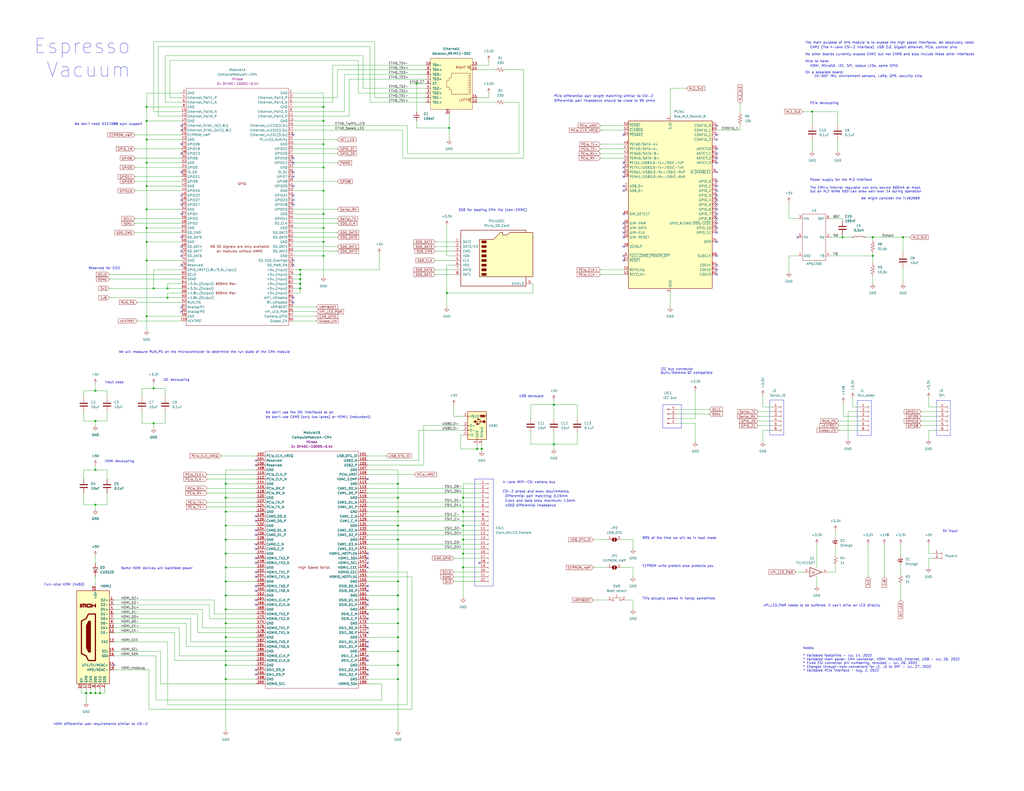
<source format=kicad_sch>
(kicad_sch (version 20230121) (generator eeschema)
  (paper "C")
  (title_block (title "Espresso Vacuum") (date "July 1, 2022") (rev "1") (company "Consilience Analytics"))
  (junction (at 123.19 264.16))
  (junction (at 252.73 287.02))
  (junction (at 260.35 245.11))
  (junction (at 217.17 325.12))
  (junction (at 123.19 363.22))
  (junction (at 80.01 58.42))
  (junction (at 163.83 152.4))
  (junction (at 217.17 264.16))
  (junction (at 302.26 242.57))
  (junction (at 123.19 332.74))
  (junction (at 163.83 147.32))
  (junction (at 83.82 231.14))
  (junction (at 83.82 157.48))
  (junction (at 80.01 76.2))
  (junction (at 217.17 370.84))
  (junction (at 123.19 370.84))
  (junction (at 252.73 271.78))
  (junction (at 176.53 58.42))
  (junction (at 52.07 275.59))
  (junction (at 80.01 66.04))
  (junction (at 459.74 129.54))
  (junction (at 302.26 220.98))
  (junction (at 163.83 154.94))
  (junction (at 176.53 116.84))
  (junction (at 217.17 287.02))
  (junction (at 476.25 139.7))
  (junction (at 217.17 332.74))
  (junction (at 123.19 287.02))
  (junction (at 80.01 88.9))
  (junction (at 252.73 309.88))
  (junction (at 123.19 294.64))
  (junction (at 217.17 317.5))
  (junction (at 49.53 378.46))
  (junction (at 123.19 317.5))
  (junction (at 243.84 160.02))
  (junction (at 123.19 347.98))
  (junction (at 163.83 149.86))
  (junction (at 176.53 91.44))
  (junction (at 52.07 256.54))
  (junction (at 176.53 132.08))
  (junction (at 80.01 101.6))
  (junction (at 252.73 279.4))
  (junction (at 52.07 213.36))
  (junction (at 176.53 124.46))
  (junction (at 492.76 129.54))
  (junction (at 217.17 279.4))
  (junction (at 91.44 157.48))
  (junction (at 217.17 294.64))
  (junction (at 52.07 378.46))
  (junction (at 217.17 340.36))
  (junction (at 217.17 355.6))
  (junction (at 123.19 340.36))
  (junction (at 83.82 212.09))
  (junction (at 176.53 104.14))
  (junction (at 52.07 229.87))
  (junction (at 80.01 132.08))
  (junction (at 123.19 355.6))
  (junction (at 262.89 245.11))
  (junction (at 80.01 124.46))
  (junction (at 123.19 325.12))
  (junction (at 123.19 309.88))
  (junction (at 54.61 378.46))
  (junction (at 476.25 129.54))
  (junction (at 245.11 69.85))
  (junction (at 217.17 363.22))
  (junction (at 80.01 114.3))
  (junction (at 176.53 66.04))
  (junction (at 123.19 271.78))
  (junction (at 46.99 378.46))
  (junction (at 176.53 139.7))
  (junction (at 123.19 279.4))
  (junction (at 217.17 347.98))
  (junction (at 91.44 162.56))
  (junction (at 217.17 271.78))
  (junction (at 443.23 60.96))
  (junction (at 227.33 45.72))
  (junction (at 80.01 142.24))
  (junction (at 252.73 294.64))
  (junction (at 252.73 302.26))
  (junction (at 163.83 157.48))
  (junction (at 176.53 78.74))
  (junction (at 123.19 302.26))
  (junction (at 80.01 172.72))
  (no_connect (at 99.06 109.22))
  (no_connect (at 200.66 261.62))
  (no_connect (at 99.06 111.76))
  (no_connect (at 99.06 78.74))
  (no_connect (at 99.06 68.58))
  (no_connect (at 99.06 71.12))
  (no_connect (at 160.02 88.9))
  (no_connect (at 391.16 99.06))
  (no_connect (at 391.16 101.6))
  (no_connect (at 391.16 93.98))
  (no_connect (at 391.16 81.28))
  (no_connect (at 391.16 83.82))
  (no_connect (at 391.16 86.36))
  (no_connect (at 391.16 88.9))
  (no_connect (at 391.16 104.14))
  (no_connect (at 340.36 139.7))
  (no_connect (at 340.36 134.62))
  (no_connect (at 391.16 106.68))
  (no_connect (at 391.16 109.22))
  (no_connect (at 391.16 111.76))
  (no_connect (at 391.16 114.3))
  (no_connect (at 391.16 127))
  (no_connect (at 391.16 139.7))
  (no_connect (at 391.16 116.84))
  (no_connect (at 391.16 119.38))
  (no_connect (at 391.16 121.92))
  (no_connect (at 391.16 124.46))
  (no_connect (at 160.02 96.52))
  (no_connect (at 160.02 86.36))
  (no_connect (at 340.36 142.24))
  (no_connect (at 160.02 73.66))
  (no_connect (at 99.06 83.82))
  (no_connect (at 160.02 165.1))
  (no_connect (at 139.7 365.76))
  (no_connect (at 139.7 368.3))
  (no_connect (at 200.66 309.88))
  (no_connect (at 200.66 307.34))
  (no_connect (at 200.66 304.8))
  (no_connect (at 200.66 302.26))
  (no_connect (at 99.06 144.78))
  (no_connect (at 261.62 307.34))
  (no_connect (at 160.02 109.22))
  (no_connect (at 99.06 116.84))
  (no_connect (at 391.16 76.2))
  (no_connect (at 391.16 68.58))
  (no_connect (at 391.16 73.66))
  (no_connect (at 62.23 363.22))
  (no_connect (at 160.02 162.56))
  (no_connect (at 160.02 106.68))
  (no_connect (at 340.36 88.9))
  (no_connect (at 340.36 91.44))
  (no_connect (at 340.36 93.98))
  (no_connect (at 340.36 96.52))
  (no_connect (at 340.36 101.6))
  (no_connect (at 340.36 104.14))
  (no_connect (at 160.02 142.24))
  (no_connect (at 99.06 106.68))
  (no_connect (at 160.02 144.78))
  (no_connect (at 160.02 101.6))
  (no_connect (at 139.7 297.18))
  (no_connect (at 139.7 299.72))
  (no_connect (at 139.7 289.56))
  (no_connect (at 139.7 292.1))
  (no_connect (at 139.7 281.94))
  (no_connect (at 139.7 284.48))
  (no_connect (at 139.7 251.46))
  (no_connect (at 139.7 254))
  (no_connect (at 99.06 167.64))
  (no_connect (at 99.06 170.18))
  (no_connect (at 435.356 129.54))
  (no_connect (at 99.06 93.98))
  (no_connect (at 160.02 93.98))
  (no_connect (at 391.16 144.78))
  (no_connect (at 391.16 147.32))
  (no_connect (at 391.16 149.86))
  (no_connect (at 160.02 111.76))
  (no_connect (at 340.36 116.84))
  (no_connect (at 391.16 132.08))
  (no_connect (at 99.06 134.62))
  (no_connect (at 99.06 137.16))
  (no_connect (at 99.06 139.7))
  (no_connect (at 99.06 129.54))
  (no_connect (at 200.66 320.04))
  (no_connect (at 200.66 322.58))
  (no_connect (at 200.66 327.66))
  (no_connect (at 200.66 345.44))
  (no_connect (at 200.66 368.3))
  (no_connect (at 200.66 365.76))
  (no_connect (at 200.66 360.68))
  (no_connect (at 200.66 358.14))
  (no_connect (at 200.66 353.06))
  (no_connect (at 200.66 350.52))
  (no_connect (at 200.66 330.2))
  (no_connect (at 200.66 335.28))
  (no_connect (at 200.66 337.82))
  (no_connect (at 200.66 342.9))
  (no_connect (at 139.7 304.8))
  (no_connect (at 139.7 322.58))
  (no_connect (at 139.7 320.04))
  (no_connect (at 139.7 307.34))
  (no_connect (at 139.7 312.42))
  (no_connect (at 139.7 314.96))
  (no_connect (at 139.7 327.66))
  (no_connect (at 139.7 330.2))
  (no_connect (at 340.36 73.66))
  (no_connect (at 340.36 121.92))
  (no_connect (at 340.36 124.46))
  (no_connect (at 340.36 127))
  (no_connect (at 340.36 129.54))
  (wire (pts (xy 85.09 382.27) (xy 85.09 358.14)))
  (wire (pts (xy 251.46 237.49) (xy 251.46 245.11)))
  (wire (pts (xy 200.66 271.78) (xy 217.17 271.78)))
  (wire (pts (xy 92.71 33.02) (xy 195.58 33.02)))
  (wire (pts (xy 83.82 231.14) (xy 90.17 231.14)))
  (wire (pts (xy 139.7 342.9) (xy 110.49 342.9)))
  (wire (pts (xy 160.02 134.62) (xy 184.15 134.62)))
  (wire (pts (xy 289.56 236.22) (xy 289.56 242.57)))
  (wire (pts (xy 107.95 345.44) (xy 107.95 335.28)))
  (wire (pts (xy 266.7 33.02) (xy 266.7 35.56)))
  (wire (pts (xy 339.09 309.88) (xy 345.44 309.88)))
  (wire (pts (xy 58.42 229.87) (xy 58.42 224.79)))
  (wire (pts (xy 44.45 375.92) (xy 44.45 378.46)))
  (wire (pts (xy 200.66 256.54) (xy 217.17 256.54)))
  (wire (pts (xy 217.17 279.4) (xy 217.17 287.02)))
  (wire (pts (xy 113.03 276.86) (xy 139.7 276.86)))
  (wire (pts (xy 200.66 251.46) (xy 228.6 251.46)))
  (wire (pts (xy 200.66 259.08) (xy 226.06 259.08)))
  (wire (pts (xy 80.01 101.6) (xy 80.01 114.3)))
  (wire (pts (xy 459.74 128.27) (xy 459.74 129.54)))
  (wire (pts (xy 443.23 76.2) (xy 443.23 82.55)))
  (wire (pts (xy 54.61 375.92) (xy 54.61 378.46)))
  (wire (pts (xy 289.56 242.57) (xy 302.26 242.57)))
  (wire (pts (xy 113.03 269.24) (xy 139.7 269.24)))
  (wire (pts (xy 160.02 127) (xy 184.15 127)))
  (wire (pts (xy 73.66 73.66) (xy 99.06 73.66)))
  (wire (pts (xy 123.19 317.5) (xy 123.19 325.12)))
  (polyline (pts (xy 518.668 237.744) (xy 518.668 218.694)))
  (wire (pts (xy 91.44 384.81) (xy 91.44 350.52)))
  (wire (pts (xy 252.73 279.4) (xy 252.73 287.02)))
  (wire (pts (xy 160.02 172.72) (xy 172.72 172.72)))
  (wire (pts (xy 502.666 229.87) (xy 512.318 229.87)))
  (wire (pts (xy 99.06 160.02) (xy 91.44 160.02)))
  (wire (pts (xy 80.01 114.3) (xy 99.06 114.3)))
  (wire (pts (xy 217.17 264.16) (xy 217.17 271.78)))
  (wire (pts (xy 217.17 340.36) (xy 217.17 347.98)))
  (polyline (pts (xy 475.488 237.744) (xy 475.488 218.694)))
  (wire (pts (xy 339.09 294.64) (xy 345.44 294.64)))
  (wire (pts (xy 85.09 358.14) (xy 62.23 358.14)))
  (wire (pts (xy 217.17 370.84) (xy 217.17 398.78)))
  (wire (pts (xy 123.19 287.02) (xy 123.19 294.64)))
  (wire (pts (xy 123.19 279.4) (xy 139.7 279.4)))
  (wire (pts (xy 190.5 43.18) (xy 232.41 43.18)))
  (wire (pts (xy 73.66 96.52) (xy 99.06 96.52)))
  (wire (pts (xy 83.82 231.14) (xy 83.82 233.68)))
  (wire (pts (xy 252.73 294.64) (xy 261.62 294.64)))
  (wire (pts (xy 260.35 55.88) (xy 270.51 55.88)))
  (wire (pts (xy 243.84 139.7) (xy 243.84 123.19)))
  (wire (pts (xy 139.7 335.28) (xy 116.84 335.28)))
  (wire (pts (xy 99.06 55.88) (xy 90.17 55.88)))
  (wire (pts (xy 45.72 229.87) (xy 52.07 229.87)))
  (wire (pts (xy 232.41 45.72) (xy 227.33 45.72)))
  (wire (pts (xy 266.7 50.8) (xy 266.7 53.34)))
  (wire (pts (xy 459.74 129.54) (xy 464.82 129.54)))
  (wire (pts (xy 59.69 149.86) (xy 99.06 149.86)))
  (wire (pts (xy 369.316 231.14) (xy 379.476 231.14)))
  (wire (pts (xy 509.27 302.26) (xy 506.73 302.26)))
  (wire (pts (xy 52.07 314.96) (xy 52.07 320.04)))
  (wire (pts (xy 123.19 332.74) (xy 123.19 340.36)))
  (wire (pts (xy 434.34 312.42) (xy 438.15 312.42)))
  (wire (pts (xy 160.02 78.74) (xy 176.53 78.74)))
  (wire (pts (xy 224.79 314.96) (xy 224.79 387.35)))
  (wire (pts (xy 104.14 350.52) (xy 104.14 337.82)))
  (wire (pts (xy 46.99 378.46) (xy 46.99 383.54)))
  (wire (pts (xy 90.17 55.88) (xy 90.17 30.48)))
  (wire (pts (xy 200.66 292.1) (xy 261.62 292.1)))
  (wire (pts (xy 200.66 276.86) (xy 261.62 276.86)))
  (wire (pts (xy 160.02 63.5) (xy 190.5 63.5)))
  (wire (pts (xy 252.73 264.16) (xy 252.73 271.78)))
  (wire (pts (xy 200.66 294.64) (xy 217.17 294.64)))
  (wire (pts (xy 416.306 234.95) (xy 421.386 234.95)))
  (wire (pts (xy 237.49 142.24) (xy 247.65 142.24)))
  (wire (pts (xy 160.02 66.04) (xy 176.53 66.04)))
  (wire (pts (xy 73.66 104.14) (xy 99.06 104.14)))
  (wire (pts (xy 217.17 271.78) (xy 217.17 279.4)))
  (wire (pts (xy 283.21 83.82) (xy 283.21 55.88)))
  (wire (pts (xy 200.66 284.48) (xy 261.62 284.48)))
  (wire (pts (xy 160.02 88.9) (xy 184.15 88.9)))
  (wire (pts (xy 83.82 212.09) (xy 90.17 212.09)))
  (wire (pts (xy 457.708 234.95) (xy 469.138 234.95)))
  (wire (pts (xy 80.01 132.08) (xy 80.01 142.24)))
  (wire (pts (xy 86.36 25.4) (xy 201.93 25.4)))
  (wire (pts (xy 52.07 275.59) (xy 52.07 278.13)))
  (wire (pts (xy 327.66 81.28) (xy 340.36 81.28)))
  (wire (pts (xy 323.85 327.66) (xy 331.47 327.66)))
  (wire (pts (xy 80.01 88.9) (xy 80.01 101.6)))
  (wire (pts (xy 327.66 86.36) (xy 340.36 86.36)))
  (wire (pts (xy 52.07 229.87) (xy 58.42 229.87)))
  (wire (pts (xy 99.06 63.5) (xy 86.36 63.5)))
  (wire (pts (xy 160.02 116.84) (xy 176.53 116.84)))
  (wire (pts (xy 222.25 384.81) (xy 91.44 384.81)))
  (wire (pts (xy 46.99 375.92) (xy 46.99 378.46)))
  (wire (pts (xy 139.7 337.82) (xy 114.3 337.82)))
  (wire (pts (xy 52.07 254) (xy 52.07 256.54)))
  (wire (pts (xy 123.19 340.36) (xy 139.7 340.36)))
  (wire (pts (xy 509.27 304.8) (xy 506.73 304.8)))
  (wire (pts (xy 204.47 22.86) (xy 204.47 53.34)))
  (polyline (pts (xy 427.736 237.49) (xy 427.736 218.44)))
  (wire (pts (xy 160.02 154.94) (xy 163.83 154.94)))
  (wire (pts (xy 365.76 48.26) (xy 365.76 63.5)))
  (wire (pts (xy 302.26 220.98) (xy 302.26 228.6)))
  (wire (pts (xy 345.44 327.66) (xy 345.44 332.74)))
  (wire (pts (xy 243.84 160.02) (xy 243.84 167.64)))
  (wire (pts (xy 81.28 387.35) (xy 81.28 365.76)))
  (wire (pts (xy 99.06 157.48) (xy 91.44 157.48)))
  (wire (pts (xy 110.49 332.74) (xy 62.23 332.74)))
  (wire (pts (xy 80.01 50.8) (xy 80.01 58.42)))
  (wire (pts (xy 252.73 309.88) (xy 252.73 326.39)))
  (wire (pts (xy 207.01 138.43) (xy 207.01 147.32)))
  (wire (pts (xy 52.07 375.92) (xy 52.07 378.46)))
  (wire (pts (xy 187.96 60.96) (xy 187.96 40.64)))
  (wire (pts (xy 160.02 76.2) (xy 184.15 76.2)))
  (wire (pts (xy 217.17 294.64) (xy 217.17 317.5)))
  (wire (pts (xy 80.01 88.9) (xy 99.06 88.9)))
  (wire (pts (xy 139.7 358.14) (xy 97.79 358.14)))
  (wire (pts (xy 204.47 53.34) (xy 232.41 53.34)))
  (wire (pts (xy 290.83 160.02) (xy 290.83 154.94)))
  (wire (pts (xy 201.93 55.88) (xy 232.41 55.88)))
  (wire (pts (xy 435.356 139.7) (xy 430.53 139.7)))
  (wire (pts (xy 139.7 360.68) (xy 95.25 360.68)))
  (wire (pts (xy 90.17 231.14) (xy 90.17 224.79)))
  (wire (pts (xy 430.53 139.7) (xy 430.53 148.59)))
  (wire (pts (xy 403.86 56.388) (xy 403.86 60.96)))
  (wire (pts (xy 460.248 219.71) (xy 460.248 227.33)))
  (wire (pts (xy 139.7 353.06) (xy 101.6 353.06)))
  (wire (pts (xy 200.66 373.38) (xy 208.28 373.38)))
  (wire (pts (xy 200.66 269.24) (xy 261.62 269.24)))
  (wire (pts (xy 99.06 154.94) (xy 91.44 154.94)))
  (wire (pts (xy 91.44 157.48) (xy 83.82 157.48)))
  (polyline (pts (xy 427.736 218.44) (xy 420.116 218.44)))
  (wire (pts (xy 59.69 162.56) (xy 91.44 162.56)))
  (wire (pts (xy 327.66 83.82) (xy 340.36 83.82)))
  (wire (pts (xy 58.42 213.36) (xy 58.42 217.17)))
  (wire (pts (xy 208.28 382.27) (xy 85.09 382.27)))
  (wire (pts (xy 77.47 224.79) (xy 77.47 231.14)))
  (wire (pts (xy 289.56 220.98) (xy 302.26 220.98)))
  (wire (pts (xy 107.95 335.28) (xy 62.23 335.28)))
  (wire (pts (xy 176.53 104.14) (xy 176.53 116.84)))
  (wire (pts (xy 52.07 378.46) (xy 49.53 378.46)))
  (polyline (pts (xy 269.24 320.04) (xy 259.08 320.04)))
  (wire (pts (xy 200.66 264.16) (xy 217.17 264.16)))
  (wire (pts (xy 90.17 212.09) (xy 90.17 217.17)))
  (wire (pts (xy 237.49 147.32) (xy 247.65 147.32)))
  (wire (pts (xy 219.71 71.12) (xy 219.71 86.36)))
  (wire (pts (xy 163.83 154.94) (xy 163.83 152.4)))
  (wire (pts (xy 184.15 38.1) (xy 232.41 38.1)))
  (wire (pts (xy 113.03 266.7) (xy 139.7 266.7)))
  (wire (pts (xy 80.01 142.24) (xy 99.06 142.24)))
  (wire (pts (xy 506.73 222.25) (xy 506.73 217.17)))
  (wire (pts (xy 314.96 228.6) (xy 314.96 220.98)))
  (wire (pts (xy 492.76 129.54) (xy 492.76 138.43)))
  (wire (pts (xy 95.25 345.44) (xy 62.23 345.44)))
  (wire (pts (xy 160.02 71.12) (xy 219.71 71.12)))
  (wire (pts (xy 200.66 312.42) (xy 222.25 312.42)))
  (wire (pts (xy 302.26 236.22) (xy 302.26 242.57)))
  (polyline (pts (xy 511.048 237.744) (xy 518.668 237.744)))
  (wire (pts (xy 99.06 60.96) (xy 83.82 60.96)))
  (wire (pts (xy 430.53 110.49) (xy 430.53 119.38)))
  (wire (pts (xy 200.66 254) (xy 231.14 254)))
  (wire (pts (xy 341.63 327.66) (xy 345.44 327.66)))
  (wire (pts (xy 403.86 68.58) (xy 403.86 71.12)))
  (wire (pts (xy 160.02 53.34) (xy 184.15 53.34)))
  (wire (pts (xy 160.02 167.64) (xy 172.72 167.64)))
  (wire (pts (xy 247.65 314.96) (xy 261.62 314.96)))
  (wire (pts (xy 52.07 303.53) (xy 52.07 307.34)))
  (wire (pts (xy 430.53 119.38) (xy 435.356 119.38)))
  (wire (pts (xy 45.72 213.36) (xy 52.07 213.36)))
  (wire (pts (xy 219.71 86.36) (xy 285.75 86.36)))
  (wire (pts (xy 139.7 345.44) (xy 107.95 345.44)))
  (wire (pts (xy 252.73 309.88) (xy 261.62 309.88)))
  (wire (pts (xy 260.35 242.57) (xy 260.35 245.11)))
  (wire (pts (xy 365.76 160.02) (xy 365.76 167.64)))
  (wire (pts (xy 247.65 317.5) (xy 261.62 317.5)))
  (wire (pts (xy 101.6 340.36) (xy 62.23 340.36)))
  (wire (pts (xy 80.01 124.46) (xy 80.01 132.08)))
  (wire (pts (xy 462.788 224.79) (xy 462.788 240.03)))
  (wire (pts (xy 83.82 147.32) (xy 99.06 147.32)))
  (wire (pts (xy 506.73 234.95) (xy 506.73 240.03)))
  (wire (pts (xy 262.89 245.11) (xy 262.89 246.38)))
  (wire (pts (xy 160.02 60.96) (xy 187.96 60.96)))
  (wire (pts (xy 247.65 144.78) (xy 243.84 144.78)))
  (wire (pts (xy 302.26 242.57) (xy 302.26 245.11)))
  (wire (pts (xy 99.06 172.72) (xy 80.01 172.72)))
  (wire (pts (xy 198.12 30.48) (xy 198.12 48.26)))
  (wire (pts (xy 176.53 139.7) (xy 176.53 151.13)))
  (wire (pts (xy 81.28 365.76) (xy 62.23 365.76)))
  (wire (pts (xy 160.02 152.4) (xy 163.83 152.4)))
  (wire (pts (xy 491.49 297.18) (xy 491.49 303.53)))
  (wire (pts (xy 243.84 144.78) (xy 243.84 160.02)))
  (wire (pts (xy 222.25 83.82) (xy 283.21 83.82)))
  (wire (pts (xy 190.5 63.5) (xy 190.5 43.18)))
  (wire (pts (xy 369.316 228.6) (xy 379.476 228.6)))
  (wire (pts (xy 49.53 378.46) (xy 46.99 378.46)))
  (wire (pts (xy 465.328 222.25) (xy 469.138 222.25)))
  (wire (pts (xy 74.93 165.1) (xy 99.06 165.1)))
  (wire (pts (xy 237.49 137.16) (xy 247.65 137.16)))
  (polyline (pts (xy 361.696 220.98) (xy 371.856 220.98)))
  (wire (pts (xy 217.17 287.02) (xy 217.17 294.64)))
  (wire (pts (xy 452.12 312.42) (xy 455.93 312.42)))
  (wire (pts (xy 80.01 76.2) (xy 80.01 88.9)))
  (wire (pts (xy 160.02 81.28) (xy 184.15 81.28)))
  (wire (pts (xy 86.36 63.5) (xy 86.36 25.4)))
  (wire (pts (xy 512.318 222.25) (xy 506.73 222.25)))
  (wire (pts (xy 482.6 297.18) (xy 482.6 314.96)))
  (wire (pts (xy 163.83 160.02) (xy 163.83 157.48)))
  (wire (pts (xy 45.72 275.59) (xy 52.07 275.59)))
  (wire (pts (xy 252.73 227.33) (xy 247.65 227.33)))
  (wire (pts (xy 97.79 342.9) (xy 62.23 342.9)))
  (wire (pts (xy 200.66 297.18) (xy 261.62 297.18)))
  (wire (pts (xy 123.19 347.98) (xy 139.7 347.98)))
  (wire (pts (xy 260.35 38.1) (xy 270.51 38.1)))
  (wire (pts (xy 77.47 212.09) (xy 83.82 212.09)))
  (wire (pts (xy 52.07 256.54) (xy 58.42 256.54)))
  (wire (pts (xy 73.66 91.44) (xy 99.06 91.44)))
  (wire (pts (xy 160.02 58.42) (xy 176.53 58.42)))
  (wire (pts (xy 123.19 309.88) (xy 123.19 317.5)))
  (wire (pts (xy 59.69 157.48) (xy 83.82 157.48)))
  (wire (pts (xy 476.25 139.7) (xy 476.25 143.51)))
  (wire (pts (xy 217.17 256.54) (xy 217.17 264.16)))
  (wire (pts (xy 453.136 139.7) (xy 476.25 139.7)))
  (wire (pts (xy 200.66 274.32) (xy 261.62 274.32)))
  (polyline (pts (xy 511.048 218.694) (xy 518.668 218.694)))
  (wire (pts (xy 123.19 370.84) (xy 123.19 398.78)))
  (wire (pts (xy 45.72 224.79) (xy 45.72 229.87)))
  (wire (pts (xy 327.66 78.74) (xy 340.36 78.74)))
  (wire (pts (xy 160.02 104.14) (xy 176.53 104.14)))
  (wire (pts (xy 123.19 370.84) (xy 139.7 370.84)))
  (wire (pts (xy 262.89 242.57) (xy 262.89 245.11)))
  (wire (pts (xy 443.23 60.96) (xy 438.15 60.96)))
  (wire (pts (xy 245.11 69.85) (xy 245.11 76.2)))
  (wire (pts (xy 200.66 363.22) (xy 217.17 363.22)))
  (wire (pts (xy 77.47 231.14) (xy 83.82 231.14)))
  (wire (pts (xy 327.66 149.86) (xy 340.36 149.86)))
  (wire (pts (xy 176.53 58.42) (xy 176.53 66.04)))
  (wire (pts (xy 476.25 151.13) (xy 476.25 154.94)))
  (wire (pts (xy 252.73 302.26) (xy 252.73 309.88)))
  (wire (pts (xy 224.79 387.35) (xy 81.28 387.35)))
  (wire (pts (xy 198.12 48.26) (xy 232.41 48.26)))
  (wire (pts (xy 80.01 58.42) (xy 80.01 66.04)))
  (wire (pts (xy 200.66 355.6) (xy 217.17 355.6)))
  (wire (pts (xy 512.318 234.95) (xy 506.73 234.95)))
  (wire (pts (xy 123.19 363.22) (xy 139.7 363.22)))
  (wire (pts (xy 416.306 222.25) (xy 416.306 215.9)))
  (wire (pts (xy 163.83 147.32) (xy 207.01 147.32)))
  (polyline (pts (xy 361.696 220.98) (xy 361.696 233.68)))
  (wire (pts (xy 252.73 237.49) (xy 251.46 237.49)))
  (wire (pts (xy 379.476 231.14) (xy 379.476 241.3)))
  (wire (pts (xy 90.17 30.48) (xy 198.12 30.48)))
  (wire (pts (xy 217.17 363.22) (xy 217.17 370.84)))
  (wire (pts (xy 73.66 99.06) (xy 99.06 99.06)))
  (wire (pts (xy 506.73 304.8) (xy 506.73 309.88)))
  (wire (pts (xy 237.49 132.08) (xy 247.65 132.08)))
  (wire (pts (xy 469.138 224.79) (xy 462.788 224.79)))
  (wire (pts (xy 457.2 76.2) (xy 457.2 82.55)))
  (wire (pts (xy 455.93 298.45) (xy 455.93 303.53)))
  (wire (pts (xy 176.53 116.84) (xy 176.53 124.46)))
  (wire (pts (xy 459.74 119.38) (xy 459.74 120.65)))
  (wire (pts (xy 83.82 157.48) (xy 83.82 147.32)))
  (wire (pts (xy 116.84 327.66) (xy 62.23 327.66)))
  (wire (pts (xy 421.386 222.25) (xy 416.306 222.25)))
  (wire (pts (xy 123.19 287.02) (xy 139.7 287.02)))
  (wire (pts (xy 260.35 53.34) (xy 266.7 53.34)))
  (wire (pts (xy 245.11 62.23) (xy 245.11 69.85)))
  (wire (pts (xy 476.25 138.43) (xy 476.25 139.7)))
  (wire (pts (xy 465.328 217.17) (xy 465.328 222.25)))
  (wire (pts (xy 200.66 248.92) (xy 210.82 248.92)))
  (wire (pts (xy 123.19 355.6) (xy 139.7 355.6)))
  (wire (pts (xy 160.02 121.92) (xy 184.15 121.92)))
  (wire (pts (xy 87.63 373.38) (xy 87.63 355.6)))
  (wire (pts (xy 91.44 154.94) (xy 91.44 157.48)))
  (wire (pts (xy 160.02 55.88) (xy 181.61 55.88)))
  (polyline (pts (xy 269.24 261.62) (xy 269.24 320.04)))
  (wire (pts (xy 59.69 152.4) (xy 99.06 152.4)))
  (wire (pts (xy 200.66 289.56) (xy 261.62 289.56)))
  (wire (pts (xy 345.44 294.64) (xy 345.44 299.72)))
  (wire (pts (xy 123.19 279.4) (xy 123.19 287.02)))
  (wire (pts (xy 455.93 289.56) (xy 455.93 293.37)))
  (wire (pts (xy 123.19 302.26) (xy 123.19 309.88)))
  (wire (pts (xy 123.19 340.36) (xy 123.19 347.98)))
  (wire (pts (xy 217.17 332.74) (xy 217.17 340.36)))
  (wire (pts (xy 181.61 55.88) (xy 181.61 35.56)))
  (wire (pts (xy 231.14 232.41) (xy 252.73 232.41)))
  (wire (pts (xy 58.42 275.59) (xy 52.07 275.59)))
  (wire (pts (xy 49.53 375.92) (xy 49.53 378.46)))
  (wire (pts (xy 160.02 149.86) (xy 163.83 149.86)))
  (wire (pts (xy 227.33 66.04) (xy 227.33 69.85)))
  (wire (pts (xy 200.66 281.94) (xy 261.62 281.94)))
  (wire (pts (xy 184.15 53.34) (xy 184.15 38.1)))
  (wire (pts (xy 200.66 332.74) (xy 217.17 332.74)))
  (polyline (pts (xy 259.08 261.62) (xy 269.24 261.62)))
  (wire (pts (xy 45.72 256.54) (xy 45.72 261.62)))
  (wire (pts (xy 101.6 353.06) (xy 101.6 340.36)))
  (wire (pts (xy 160.02 83.82) (xy 184.15 83.82)))
  (wire (pts (xy 413.766 227.33) (xy 421.386 227.33)))
  (wire (pts (xy 491.49 308.61) (xy 491.49 313.69)))
  (wire (pts (xy 195.58 50.8) (xy 232.41 50.8)))
  (wire (pts (xy 57.15 375.92) (xy 57.15 378.46)))
  (wire (pts (xy 73.66 127) (xy 99.06 127)))
  (wire (pts (xy 176.53 50.8) (xy 176.53 58.42)))
  (wire (pts (xy 252.73 302.26) (xy 261.62 302.26)))
  (wire (pts (xy 252.73 271.78) (xy 252.73 279.4)))
  (wire (pts (xy 289.56 228.6) (xy 289.56 220.98)))
  (wire (pts (xy 365.76 48.26) (xy 374.65 48.26)))
  (wire (pts (xy 491.49 318.77) (xy 491.49 327.66)))
  (wire (pts (xy 58.42 269.24) (xy 58.42 275.59)))
  (wire (pts (xy 222.25 68.58) (xy 222.25 83.82)))
  (polyline (pts (xy 467.868 218.694) (xy 467.868 237.744)))
  (wire (pts (xy 80.01 66.04) (xy 99.06 66.04)))
  (wire (pts (xy 160.02 170.18) (xy 172.72 170.18)))
  (wire (pts (xy 217.17 355.6) (xy 217.17 363.22)))
  (wire (pts (xy 45.72 217.17) (xy 45.72 213.36)))
  (wire (pts (xy 99.06 50.8) (xy 80.01 50.8)))
  (wire (pts (xy 453.136 119.38) (xy 459.74 119.38)))
  (wire (pts (xy 83.82 60.96) (xy 83.82 22.86)))
  (wire (pts (xy 123.19 325.12) (xy 123.19 332.74)))
  (wire (pts (xy 506.73 302.26) (xy 506.73 297.18)))
  (wire (pts (xy 80.01 124.46) (xy 99.06 124.46)))
  (wire (pts (xy 114.3 330.2) (xy 62.23 330.2)))
  (wire (pts (xy 57.15 378.46) (xy 54.61 378.46)))
  (wire (pts (xy 123.19 317.5) (xy 139.7 317.5)))
  (wire (pts (xy 163.83 157.48) (xy 163.83 154.94)))
  (wire (pts (xy 217.17 347.98) (xy 217.17 355.6)))
  (wire (pts (xy 80.01 66.04) (xy 80.01 76.2)))
  (wire (pts (xy 200.66 325.12) (xy 217.17 325.12)))
  (polyline (pts (xy 511.048 218.694) (xy 511.048 237.744)))
  (wire (pts (xy 252.73 294.64) (xy 252.73 302.26)))
  (wire (pts (xy 139.7 373.38) (xy 87.63 373.38)))
  (wire (pts (xy 44.45 378.46) (xy 46.99 378.46)))
  (wire (pts (xy 247.65 227.33) (xy 247.65 220.98)))
  (wire (pts (xy 217.17 325.12) (xy 217.17 332.74)))
  (wire (pts (xy 139.7 350.52) (xy 104.14 350.52)))
  (polyline (pts (xy 361.696 233.68) (xy 371.856 233.68)))
  (wire (pts (xy 160.02 129.54) (xy 184.15 129.54)))
  (wire (pts (xy 160.02 114.3) (xy 184.15 114.3)))
  (wire (pts (xy 252.73 287.02) (xy 261.62 287.02)))
  (wire (pts (xy 104.14 337.82) (xy 62.23 337.82)))
  (wire (pts (xy 457.2 60.96) (xy 457.2 68.58)))
  (wire (pts (xy 114.3 337.82) (xy 114.3 330.2)))
  (wire (pts (xy 116.84 335.28) (xy 116.84 327.66)))
  (wire (pts (xy 413.766 224.79) (xy 421.386 224.79)))
  (polyline (pts (xy 467.868 237.744) (xy 475.488 237.744)))
  (wire (pts (xy 208.28 373.38) (xy 208.28 382.27)))
  (wire (pts (xy 52.07 213.36) (xy 58.42 213.36)))
  (wire (pts (xy 327.66 71.12) (xy 340.36 71.12)))
  (wire (pts (xy 472.44 129.54) (xy 476.25 129.54)))
  (wire (pts (xy 283.21 55.88) (xy 275.59 55.88)))
  (wire (pts (xy 52.07 209.55) (xy 52.07 213.36)))
  (wire (pts (xy 123.19 325.12) (xy 139.7 325.12)))
  (wire (pts (xy 80.01 132.08) (xy 99.06 132.08)))
  (wire (pts (xy 502.666 232.41) (xy 512.318 232.41)))
  (wire (pts (xy 160.02 99.06) (xy 184.15 99.06)))
  (wire (pts (xy 176.53 91.44) (xy 176.53 104.14)))
  (wire (pts (xy 160.02 157.48) (xy 163.83 157.48)))
  (wire (pts (xy 460.248 227.33) (xy 469.138 227.33)))
  (wire (pts (xy 92.71 53.34) (xy 92.71 33.02)))
  (wire (pts (xy 247.65 304.8) (xy 261.62 304.8)))
  (wire (pts (xy 445.77 297.18) (xy 445.77 309.88)))
  (wire (pts (xy 123.19 332.74) (xy 139.7 332.74)))
  (wire (pts (xy 123.19 355.6) (xy 123.19 363.22)))
  (wire (pts (xy 314.96 220.98) (xy 302.26 220.98)))
  (wire (pts (xy 231.14 232.41) (xy 231.14 254)))
  (wire (pts (xy 77.47 217.17) (xy 77.47 212.09)))
  (wire (pts (xy 502.666 224.79) (xy 512.318 224.79)))
  (wire (pts (xy 327.66 147.32) (xy 340.36 147.32)))
  (wire (pts (xy 73.66 119.38) (xy 99.06 119.38)))
  (wire (pts (xy 80.01 58.42) (xy 99.06 58.42)))
  (wire (pts (xy 73.66 86.36) (xy 99.06 86.36)))
  (wire (pts (xy 302.26 218.44) (xy 302.26 220.98)))
  (wire (pts (xy 80.01 172.72) (xy 80.01 180.34)))
  (wire (pts (xy 200.66 279.4) (xy 217.17 279.4)))
  (wire (pts (xy 123.19 309.88) (xy 139.7 309.88)))
  (wire (pts (xy 476.25 129.54) (xy 492.76 129.54)))
  (wire (pts (xy 73.66 81.28) (xy 99.06 81.28)))
  (wire (pts (xy 237.49 134.62) (xy 247.65 134.62)))
  (wire (pts (xy 473.71 297.18) (xy 473.71 314.96)))
  (wire (pts (xy 492.76 146.05) (xy 492.76 154.94)))
  (wire (pts (xy 247.65 312.42) (xy 261.62 312.42)))
  (wire (pts (xy 228.6 234.95) (xy 252.73 234.95)))
  (wire (pts (xy 445.77 314.96) (xy 445.77 320.04)))
  (wire (pts (xy 83.82 209.55) (xy 83.82 212.09)))
  (wire (pts (xy 200.66 314.96) (xy 224.79 314.96)))
  (wire (pts (xy 247.65 139.7) (xy 243.84 139.7)))
  (wire (pts (xy 195.58 33.02) (xy 195.58 50.8)))
  (wire (pts (xy 113.03 261.62) (xy 139.7 261.62)))
  (wire (pts (xy 260.35 245.11) (xy 262.89 245.11)))
  (wire (pts (xy 200.66 317.5) (xy 217.17 317.5)))
  (wire (pts (xy 227.33 45.72) (xy 227.33 60.96)))
  (wire (pts (xy 160.02 139.7) (xy 176.53 139.7)))
  (wire (pts (xy 176.53 66.04) (xy 176.53 78.74)))
  (wire (pts (xy 323.85 309.88) (xy 331.47 309.88)))
  (wire (pts (xy 83.82 22.86) (xy 204.47 22.86)))
  (wire (pts (xy 74.93 175.26) (xy 99.06 175.26)))
  (wire (pts (xy 176.53 78.74) (xy 176.53 91.44)))
  (wire (pts (xy 416.306 234.95) (xy 416.306 241.3)))
  (wire (pts (xy 200.66 340.36) (xy 217.17 340.36)))
  (wire (pts (xy 113.03 274.32) (xy 139.7 274.32)))
  (wire (pts (xy 58.42 256.54) (xy 58.42 261.62)))
  (wire (pts (xy 314.96 236.22) (xy 314.96 242.57)))
  (wire (pts (xy 200.66 370.84) (xy 217.17 370.84)))
  (wire (pts (xy 457.708 229.87) (xy 469.138 229.87)))
  (wire (pts (xy 323.85 294.64) (xy 331.47 294.64)))
  (wire (pts (xy 91.44 162.56) (xy 99.06 162.56)))
  (wire (pts (xy 123.19 264.16) (xy 139.7 264.16)))
  (wire (pts (xy 123.19 256.54) (xy 123.19 264.16)))
  (wire (pts (xy 123.19 294.64) (xy 123.19 302.26)))
  (wire (pts (xy 252.73 279.4) (xy 261.62 279.4)))
  (wire (pts (xy 200.66 347.98) (xy 217.17 347.98)))
  (wire (pts (xy 163.83 149.86) (xy 163.83 147.32)))
  (wire (pts (xy 369.316 226.06) (xy 387.096 226.06)))
  (wire (pts (xy 123.19 363.22) (xy 123.19 370.84)))
  (wire (pts (xy 91.44 350.52) (xy 62.23 350.52)))
  (wire (pts (xy 455.93 312.42) (xy 455.93 308.61)))
  (wire (pts (xy 443.23 60.96) (xy 443.23 68.58)))
  (wire (pts (xy 252.73 271.78) (xy 261.62 271.78)))
  (wire (pts (xy 187.96 40.64) (xy 232.41 40.64)))
  (wire (pts (xy 160.02 132.08) (xy 176.53 132.08)))
  (wire (pts (xy 45.72 256.54) (xy 52.07 256.54)))
  (wire (pts (xy 160.02 160.02) (xy 163.83 160.02)))
  (polyline (pts (xy 420.116 218.44) (xy 420.116 237.49)))
  (wire (pts (xy 252.73 287.02) (xy 252.73 294.64)))
  (wire (pts (xy 200.66 299.72) (xy 261.62 299.72)))
  (wire (pts (xy 314.96 242.57) (xy 302.26 242.57)))
  (wire (pts (xy 97.79 358.14) (xy 97.79 342.9)))
  (wire (pts (xy 80.01 101.6) (xy 99.06 101.6)))
  (wire (pts (xy 163.83 152.4) (xy 163.83 149.86)))
  (wire (pts (xy 123.19 347.98) (xy 123.19 355.6)))
  (wire (pts (xy 80.01 142.24) (xy 80.01 172.72)))
  (wire (pts (xy 222.25 312.42) (xy 222.25 384.81)))
  (wire (pts (xy 45.72 269.24) (xy 45.72 275.59)))
  (wire (pts (xy 243.84 160.02) (xy 290.83 160.02)))
  (wire (pts (xy 176.53 132.08) (xy 176.53 139.7)))
  (wire (pts (xy 80.01 76.2) (xy 99.06 76.2)))
  (wire (pts (xy 345.44 309.88) (xy 345.44 314.96)))
  (wire (pts (xy 176.53 124.46) (xy 176.53 132.08)))
  (wire (pts (xy 476.25 129.54) (xy 476.25 130.81)))
  (wire (pts (xy 327.66 68.58) (xy 340.36 68.58)))
  (wire (pts (xy 502.666 227.33) (xy 512.318 227.33)))
  (wire (pts (xy 379.476 228.6) (xy 379.476 213.36)))
  (wire (pts (xy 160.02 137.16) (xy 184.15 137.16)))
  (wire (pts (xy 110.49 342.9) (xy 110.49 332.74)))
  (wire (pts (xy 200.66 266.7) (xy 261.62 266.7)))
  (wire (pts (xy 160.02 68.58) (xy 222.25 68.58)))
  (wire (pts (xy 139.7 256.54) (xy 123.19 256.54)))
  (wire (pts (xy 217.17 317.5) (xy 217.17 325.12)))
  (wire (pts (xy 453.136 129.54) (xy 459.74 129.54)))
  (polyline (pts (xy 259.08 261.62) (xy 259.08 320.04)))
  (polyline (pts (xy 467.868 218.694) (xy 475.488 218.694)))
  (wire (pts (xy 80.01 114.3) (xy 80.01 124.46)))
  (wire (pts (xy 54.61 378.46) (xy 52.07 378.46)))
  (wire (pts (xy 123.19 271.78) (xy 139.7 271.78)))
  (wire (pts (xy 99.06 53.34) (xy 92.71 53.34)))
  (wire (pts (xy 73.66 121.92) (xy 99.06 121.92)))
  (wire (pts (xy 260.35 35.56) (xy 266.7 35.56)))
  (wire (pts (xy 160.02 175.26) (xy 172.72 175.26)))
  (wire (pts (xy 123.19 264.16) (xy 123.19 271.78)))
  (wire (pts (xy 413.766 232.41) (xy 421.386 232.41)))
  (wire (pts (xy 113.03 259.08) (xy 139.7 259.08)))
  (wire (pts (xy 223.52 45.72) (xy 227.33 45.72)))
  (wire (pts (xy 123.19 294.64) (xy 139.7 294.64)))
  (wire (pts (xy 285.75 38.1) (xy 275.59 38.1)))
  (wire (pts (xy 237.49 149.86) (xy 247.65 149.86)))
  (wire (pts (xy 251.46 245.11) (xy 260.35 245.11)))
  (wire (pts (xy 160.02 147.32) (xy 163.83 147.32)))
  (wire (pts (xy 160.02 124.46) (xy 176.53 124.46)))
  (wire (pts (xy 160.02 91.44) (xy 176.53 91.44)))
  (wire (pts (xy 285.75 86.36) (xy 285.75 38.1)))
  (wire (pts (xy 201.93 25.4) (xy 201.93 55.88)))
  (wire (pts (xy 228.6 234.95) (xy 228.6 251.46)))
  (wire (pts (xy 95.25 360.68) (xy 95.25 345.44)))
  (wire (pts (xy 200.66 287.02) (xy 217.17 287.02)))
  (polyline (pts (xy 420.116 237.49) (xy 427.736 237.49)))
  (wire (pts (xy 91.44 160.02) (xy 91.44 162.56)))
  (wire (pts (xy 120.65 248.92) (xy 139.7 248.92)))
  (wire (pts (xy 123.19 271.78) (xy 123.19 279.4)))
  (wire (pts (xy 261.62 264.16) (xy 252.73 264.16)))
  (wire (pts (xy 123.19 302.26) (xy 139.7 302.26)))
  (wire (pts (xy 443.23 60.96) (xy 457.2 60.96)))
  (wire (pts (xy 369.316 223.52) (xy 387.096 223.52)))
  (polyline (pts (xy 371.856 233.68) (xy 371.856 220.98)))
  (wire (pts (xy 160.02 50.8) (xy 176.53 50.8)))
  (wire (pts (xy 492.76 129.54) (xy 496.57 129.54)))
  (wire (pts (xy 227.33 69.85) (xy 245.11 69.85)))
  (wire (pts (xy 391.16 71.12) (xy 403.86 71.12)))
  (wire (pts (xy 87.63 355.6) (xy 62.23 355.6)))
  (wire (pts (xy 52.07 229.87) (xy 52.07 232.41)))
  (wire (pts (xy 457.708 232.41) (xy 469.138 232.41)))
  (wire (pts (xy 160.02 119.38) (xy 184.15 119.38)))
  (wire (pts (xy 181.61 35.56) (xy 232.41 35.56)))
  (wire (pts (xy 413.766 229.87) (xy 421.386 229.87)))
  (text "4-lane MIPI-CSI camera bus" (at 274.32 264.16 0) (effects (font (size 1.27 1.27)) (justify left bottom)))
  (text "Espresso\nVacuum" (at 71.374 42.926 0) (effects (font (size 8 8)) (justify right bottom)))
  (text "Differential pair matching: 0.15mm" (at 275.59 271.78 0) (effects (font (size 1.27 1.27)) (justify left bottom)))
  (text "nPI_LED_PWR needs to be buffered, it can't drive an LED directly" (at 416.56 331.47 0) (effects (font (size 1.27 1.27)) (justify left bottom)))
  (text "USB decouple" (at 283.21 217.17 0) (effects (font (size 1.27 1.27)) (justify left bottom)))
  (text "On a separate board:\n	10-DOF IMU, environment sensors, LoRa, GPS, security chip" (at 439.42 42.418 0) (effects (font (size 1.27 1.27)) (justify left bottom)))
  (text "HDMI, MicroSD, I2C, SPI, status LEDs, some GPIO" (at 441.96 36.83 0) (effects (font (size 1.27 1.27)) (justify left bottom)))
  (text "This actually comes in handy sometimes" (at 350.52 327.66 0) (effects (font (size 1.27 1.27)) (justify left bottom)))
  (text "CAM1 (The 4-lane CSI-2 interface), USB 2.0, Gigabit ethernet, PCIe, control pins" (at 441.96 26.67 0) (effects (font (size 1.27 1.27)) (justify left bottom)))
  (text "Full-size HDMI (4k60)" (at 24.13 320.04 0) (effects (font (size 1.27 1.27)) (justify left bottom)))
  (text "100Ω differential impedance" (at 275.59 276.86 0) (effects (font (size 1.27 1.27)) (justify left bottom)))
  (text "Input caps" (at 57.15 209.55 0) (effects (font (size 1.27 1.27)) (justify left bottom)))
  (text "Some HDMI devices will backfeed power" (at 66.04 311.15 0) (effects (font (size 1.27 1.27)) (justify left bottom)))
  (text "HDMI decoupling" (at 57.15 252.73 0) (effects (font (size 1.27 1.27)) (justify left bottom)))
  (text "No other boards currently expose CAM1 but not CAM0 and also include these other interfaces" (at 439.42 30.48 0) (effects (font (size 1.27 1.27)) (justify left bottom)))
  (text "CSI-2 phase and skew requirements:" (at 274.32 269.24 0) (effects (font (size 1.27 1.27)) (justify left bottom)))
  (text "5V input" (at 514.35 290.83 0) (effects (font (size 1.27 1.27)) (justify left bottom)))
  (text "Differential pair impedance should be close to 90 ohms" (at 302.26 55.88 0) (effects (font (size 1.27 1.27)) (justify left bottom)))
  (text "Clock and data skew maximum: 1.5mm" (at 275.59 274.32 0) (effects (font (size 1.27 1.27)) (justify left bottom)))
  (text "HDMI differential pair requirements similar to CSI-2" (at 29.21 396.24 0) (effects (font (size 1.27 1.27)) (justify left bottom)))
  (text "Reserved for CSI1" (at 48.26 147.32 0) (effects (font (size 1.27 1.27)) (justify left bottom)))
  (text "I2C decoupling" (at 88.9 208.28 0) (effects (font (size 1.27 1.27)) (justify left bottom)))
  (text "We will measure RUN_PG on the microcontroller to determine the run state of the CM4 module" (at 64.77 193.04 0) (effects (font (size 1.27 1.27)) (justify left bottom)))
  (text "PCIe differential pair length matching similar to CSI-2" (at 302.26 53.34 0) (effects (font (size 1.27 1.27)) (justify left bottom)))
  (text "EEPROM write protect also protects you" (at 350.52 309.88 0) (effects (font (size 1.27 1.27)) (justify left bottom)))
  (text "99% of the time we will be in host mode" (at 350.52 294.64 0) (effects (font (size 1.27 1.27)) (justify left bottom)))
  (text "We don't use CAM0 (only two lanes) or HDMI1 (redundant)" (at 144.78 228.6 0) (effects (font (size 1.27 1.27)) (justify left bottom)))
  (text "I2C bus connector\nQuiic/Stemma QT compatible" (at 360.426 204.47 0) (effects (font (size 1.27 1.27)) (justify left bottom)))
  (text "We don't need IEEE1588 sync support" (at 40.64 68.58 0) (effects (font (size 1.27 1.27)) (justify left bottom)))
  (text "Power supply for the M.2 interface" (at 441.96 99.06 0) (effects (font (size 1.27 1.27)) (justify left bottom)))
  (text "Nice to have:" (at 439.42 34.29 0) (effects (font (size 1.27 1.27)) (justify left bottom)))
  (text "PCIe decoupling" (at 441.96 57.15 0) (effects (font (size 1.27 1.27)) (justify left bottom)))
  (text "The CM4's internal regulator can only source 600mA at most,\nbut an M.2 NVMe SSD can draw well over 1A during operation" (at 441.96 105.41 0) (effects (font (size 1.27 1.27)) (justify left bottom)))
  (text "The main purpose of this module is to expose the high speed interfaces. We absolutely need:" (at 439.42 24.13 0) (effects (font (size 1.27 1.27)) (justify left bottom)))
  (text "SD0 for booting CM4 lite (non-EMMC)" (at 250.19 115.57 0) (effects (font (size 1.27 1.27)) (justify left bottom)))
  (text "We might consider the TLV62569" (at 469.9 109.22 0) (effects (font (size 1.27 1.27)) (justify left bottom)))
  (text "We don't use the DSI interfaces at all" (at 144.78 226.06 0) (effects (font (size 1.27 1.27)) (justify left bottom)))
  (text "Notes:\n\n* Validated footprints - Jul. 14, 2022\n* Validated main power, CM4 connector, HDMI, MicroSD, Ethernet, USB - Jul. 26, 2022\n* Fixed CSI connector pin numbering, rerouted - Jul. 26, 2022\n* Changed through-hole connectors for J1, J2 to SMT - Jul. 27, 2022\n* Validated PCIe interface - Aug. 2, 2022" (at 438.15 367.03 0) (effects (font (size 1.27 1.27)) (justify left bottom)))
  (label "ETH0_Traffic_LED" (at 182.88 68.58 0))
  (label "CSI1_C+" (at 242.57 284.48 0))
  (label "BST" (at 454.66 119.38 0))
  (label "FB" (at 454.66 139.7 0))
  (label "CSI1_D1-" (at 242.57 274.32 0))
  (label "CONFIG_1" (at 393.7 71.12 0))
  (label "HDMI_D1-" (at 66.04 335.28 0))
  (label "HDMI_D0-" (at 66.04 340.36 0))
  (label "HDMI_D2-" (at 66.04 330.2 0))
  (label "HDMI_CEC" (at 66.04 350.52 0))
  (label "HDMI_CK+" (at 66.04 342.9 0))
  (label "CSI1_D1+" (at 242.57 276.86 0))
  (label "Output" (at 481.33 129.54 0))
  (label "ETH0_Speed_LED" (at 182.88 71.12 0))
  (label "ETH0_TD3-" (at 212.09 40.64 0))
  (label "USB0_D-" (at 241.3 234.95 0))
  (label "ETH0_TD1-" (at 212.09 53.34 0))
  (label "SW" (at 454.66 129.54 0))
  (label "HDMI_SCL" (at 66.04 355.6 0))
  (label "CSI1_D2-" (at 242.57 289.56 0))
  (label "ETH0_TD4+" (at 212.09 38.1 0))
  (label "ETH0_TD2+" (at 212.09 50.8 0))
  (label "HDMI_D1+" (at 66.04 332.74 0))
  (label "ETH0_TD4-" (at 212.09 35.56 0))
  (label "HDMI_Hotplug" (at 66.04 365.76 0))
  (label "ETH0_TD2-" (at 212.09 48.26 0))
  (label "CSI1_C-" (at 242.57 281.94 0))
  (label "CSI1_D0-" (at 242.57 266.7 0))
  (label "HDMI_SDA" (at 66.04 358.14 0))
  (label "HDMI_CK-" (at 66.04 345.44 0))
  (label "CSI1_D0+" (at 242.57 269.24 0))
  (label "USB0_D+" (at 241.3 232.41 0))
  (label "HDMI_D0+" (at 66.04 337.82 0))
  (label "CSI1_D3+" (at 242.57 299.72 0))
  (label "ETH0_TD1+" (at 212.09 55.88 0))
  (label "HDMI_D2+" (at 66.04 327.66 0))
  (label "ETH0_TD3+" (at 212.09 43.18 0))
  (label "CSI1_D3-" (at 242.57 297.18 0))
  (label "CSI1_D2+" (at 242.57 292.1 0))
  (label "ETH0_CT" (at 223.52 45.72 0))
  (global_label "SCL1" (shape input) (at 73.66 119.38 180) (property "Intersheetrefs" "${INTERSHEET_REFS}" (effects hide)))
  (global_label "PCIe_RX-" (shape input) (at 327.66 86.36 180) (property "Intersheetrefs" "${INTERSHEET_REFS}" (effects hide)))
  (global_label "nPI_LED_PWR" (shape input) (at 172.72 170.18 0) (property "Intersheetrefs" "${INTERSHEET_REFS}" (effects hide)))
  (global_label "PCIe_TX-" (shape input) (at 327.66 81.28 180) (property "Intersheetrefs" "${INTERSHEET_REFS}" (effects hide)))
  (global_label "PCIe_CLK-" (shape input) (at 113.03 261.62 180) (property "Intersheetrefs" "${INTERSHEET_REFS}" (effects hide)))
  (global_label "SDA0" (shape input) (at 59.69 152.4 180) (property "Intersheetrefs" "${INTERSHEET_REFS}" (effects hide)))
  (global_label "ACT_LED" (shape input) (at 491.49 327.66 270) (property "Intersheetrefs" "${INTERSHEET_REFS}" (effects hide)))
  (global_label "PCIe_nRST" (shape input) (at 327.66 68.58 180) (property "Intersheetrefs" "${INTERSHEET_REFS}" (effects hide)))
  (global_label "PCIe_TX-" (shape input) (at 113.03 276.86 180) (property "Intersheetrefs" "${INTERSHEET_REFS}" (effects hide)))
  (global_label "EEPROM_nWP" (shape input) (at 73.66 73.66 180) (property "Intersheetrefs" "${INTERSHEET_REFS}" (effects hide)))
  (global_label "RUN_PG" (shape input) (at 457.708 229.87 180) (property "Intersheetrefs" "${INTERSHEET_REFS}" (effects hide)))
  (global_label "SD0_CMD" (shape input) (at 73.66 127 180) (property "Intersheetrefs" "${INTERSHEET_REFS}" (effects hide)))
  (global_label "SD0_CLK" (shape input) (at 184.15 121.92 0) (property "Intersheetrefs" "${INTERSHEET_REFS}" (effects hide)))
  (global_label "SDA1" (shape input) (at 73.66 121.92 180) (property "Intersheetrefs" "${INTERSHEET_REFS}" (effects hide)))
  (global_label "PCIe_CLK-" (shape input) (at 327.66 149.86 180) (property "Intersheetrefs" "${INTERSHEET_REFS}" (effects hide)))
  (global_label "SD0_DAT0" (shape input) (at 184.15 129.54 0) (property "Intersheetrefs" "${INTERSHEET_REFS}" (effects hide)))
  (global_label "PCIe_RX+" (shape input) (at 113.03 266.7 180) (property "Intersheetrefs" "${INTERSHEET_REFS}" (effects hide)))
  (global_label "GPIO10" (shape input) (at 502.666 229.87 180) (property "Intersheetrefs" "${INTERSHEET_REFS}" (effects hide)))
  (global_label "GPIO8" (shape input) (at 502.666 232.41 180) (property "Intersheetrefs" "${INTERSHEET_REFS}" (effects hide)))
  (global_label "SCL1" (shape input) (at 387.096 223.52 0) (property "Intersheetrefs" "${INTERSHEET_REFS}" (effects hide)))
  (global_label "Serial_TX" (shape input) (at 184.15 119.38 0) (property "Intersheetrefs" "${INTERSHEET_REFS}" (effects hide)))
  (global_label "nEXTRST" (shape input) (at 74.93 175.26 180) (property "Intersheetrefs" "${INTERSHEET_REFS}" (effects hide)))
  (global_label "3v3" (shape input) (at 59.69 157.48 180) (property "Intersheetrefs" "${INTERSHEET_REFS}" (effects hide)))
  (global_label "SD0_DAT3" (shape input) (at 184.15 127 0) (property "Intersheetrefs" "${INTERSHEET_REFS}" (effects hide)))
  (global_label "PCIe_CLK_nREQ" (shape input) (at 327.66 71.12 180) (property "Intersheetrefs" "${INTERSHEET_REFS}" (effects hide)))
  (global_label "GPIO9" (shape input) (at 502.666 227.33 180) (property "Intersheetrefs" "${INTERSHEET_REFS}" (effects hide)))
  (global_label "SD0_DAT1" (shape input) (at 184.15 134.62 0) (property "Intersheetrefs" "${INTERSHEET_REFS}" (effects hide)))
  (global_label "GPIO6" (shape input) (at 73.66 86.36 180) (property "Intersheetrefs" "${INTERSHEET_REFS}" (effects hide)))
  (global_label "nEXTRST" (shape input) (at 457.708 232.41 180) (property "Intersheetrefs" "${INTERSHEET_REFS}" (effects hide)))
  (global_label "PCIe_nRST" (shape input) (at 226.06 259.08 0) (property "Intersheetrefs" "${INTERSHEET_REFS}" (effects hide)))
  (global_label "GPIO11" (shape input) (at 502.666 224.79 180) (property "Intersheetrefs" "${INTERSHEET_REFS}" (effects hide)))
  (global_label "Serial_RX" (shape input) (at 413.766 227.33 180) (property "Intersheetrefs" "${INTERSHEET_REFS}" (effects hide)))
  (global_label "PCIe_RX-" (shape input) (at 113.03 269.24 180) (property "Intersheetrefs" "${INTERSHEET_REFS}" (effects hide)))
  (global_label "PCIe_CLK+" (shape input) (at 327.66 147.32 180) (property "Intersheetrefs" "${INTERSHEET_REFS}" (effects hide)))
  (global_label "PWM0" (shape input) (at 184.15 88.9 0) (property "Intersheetrefs" "${INTERSHEET_REFS}" (effects hide)))
  (global_label "CAM_GPIO" (shape input) (at 247.65 304.8 180) (property "Intersheetrefs" "${INTERSHEET_REFS}" (effects hide)))
  (global_label "GPIO_21" (shape input) (at 413.766 232.41 180) (property "Intersheetrefs" "${INTERSHEET_REFS}" (effects hide)))
  (global_label "SDA1" (shape input) (at 387.096 226.06 0) (property "Intersheetrefs" "${INTERSHEET_REFS}" (effects hide)))
  (global_label "Global_EN" (shape input) (at 172.72 175.26 0) (property "Intersheetrefs" "${INTERSHEET_REFS}" (effects hide)))
  (global_label "Global_EN" (shape input) (at 457.708 234.95 180) (property "Intersheetrefs" "${INTERSHEET_REFS}" (effects hide)))
  (global_label "1v8" (shape input) (at 59.69 162.56 180) (property "Intersheetrefs" "${INTERSHEET_REFS}" (effects hide)))
  (global_label "SCL0" (shape input) (at 247.65 312.42 180) (property "Intersheetrefs" "${INTERSHEET_REFS}" (effects hide)))
  (global_label "GPIO_19" (shape input) (at 73.66 81.28 180) (property "Intersheetrefs" "${INTERSHEET_REFS}" (effects hide)))
  (global_label "SD0_DAT0" (shape input) (at 237.49 147.32 180) (property "Intersheetrefs" "${INTERSHEET_REFS}" (effects hide)))
  (global_label "EEPROM_nWP" (shape input) (at 323.85 309.88 180) (property "Intersheetrefs" "${INTERSHEET_REFS}" (effects hide)))
  (global_label "PCIe_TX+" (shape input) (at 113.03 274.32 180) (property "Intersheetrefs" "${INTERSHEET_REFS}" (effects hide)))
  (global_label "USB_OTG_ID" (shape input) (at 210.82 248.92 0) (property "Intersheetrefs" "${INTERSHEET_REFS}" (effects hide)))
  (global_label "GPIO9" (shape input) (at 73.66 99.06 180) (property "Intersheetrefs" "${INTERSHEET_REFS}" (effects hide)))
  (global_label "SD0_CLK" (shape input) (at 237.49 142.24 180) (property "Intersheetrefs" "${INTERSHEET_REFS}" (effects hide)))
  (global_label "nRPIBOOT" (shape input) (at 323.85 327.66 180) (property "Intersheetrefs" "${INTERSHEET_REFS}" (effects hide)))
  (global_label "GPIO11" (shape input) (at 73.66 96.52 180) (property "Intersheetrefs" "${INTERSHEET_REFS}" (effects hide)))
  (global_label "ACT_LED" (shape input) (at 184.15 76.2 0) (property "Intersheetrefs" "${INTERSHEET_REFS}" (effects hide)))
  (global_label "GPIO10" (shape input) (at 73.66 104.14 180) (property "Intersheetrefs" "${INTERSHEET_REFS}" (effects hide)))
  (global_label "GPIO_20" (shape input) (at 413.766 229.87 180) (property "Intersheetrefs" "${INTERSHEET_REFS}" (effects hide)))
  (global_label "nRPIBOOT" (shape input) (at 172.72 167.64 0) (property "Intersheetrefs" "${INTERSHEET_REFS}" (effects hide)))
  (global_label "PCIe_CLK_nREQ" (shape input) (at 120.65 248.92 180) (property "Intersheetrefs" "${INTERSHEET_REFS}" (effects hide)))
  (global_label "GPIO8" (shape input) (at 184.15 99.06 0) (property "Intersheetrefs" "${INTERSHEET_REFS}" (effects hide)))
  (global_label "PCIe_CLK+" (shape input) (at 113.03 259.08 180) (property "Intersheetrefs" "${INTERSHEET_REFS}" (effects hide)))
  (global_label "nPI_LED_PWR" (shape input) (at 434.34 312.42 180) (property "Intersheetrefs" "${INTERSHEET_REFS}" (effects hide)))
  (global_label "GPIO_20" (shape input) (at 184.15 83.82 0) (property "Intersheetrefs" "${INTERSHEET_REFS}" (effects hide)))
  (global_label "SD0_CMD" (shape input) (at 237.49 137.16 180) (property "Intersheetrefs" "${INTERSHEET_REFS}" (effects hide)))
  (global_label "PCIe_TX+" (shape input) (at 327.66 78.74 180) (property "Intersheetrefs" "${INTERSHEET_REFS}" (effects hide)))
  (global_label "3v3" (shape input) (at 473.71 314.96 270) (property "Intersheetrefs" "${INTERSHEET_REFS}" (effects hide)))
  (global_label "SCL0" (shape input) (at 59.69 149.86 180) (property "Intersheetrefs" "${INTERSHEET_REFS}" (effects hide)))
  (global_label "SD0_DAT2" (shape input) (at 237.49 132.08 180) (property "Intersheetrefs" "${INTERSHEET_REFS}" (effects hide)))
  (global_label "GPIO5" (shape input) (at 73.66 91.44 180) (property "Intersheetrefs" "${INTERSHEET_REFS}" (effects hide)))
  (global_label "RUN_PG" (shape input) (at 74.93 165.1 180) (property "Intersheetrefs" "${INTERSHEET_REFS}" (effects hide)))
  (global_label "Serial_TX" (shape input) (at 413.766 224.79 180) (property "Intersheetrefs" "${INTERSHEET_REFS}" (effects hide)))
  (global_label "M.2_3v3" (shape input) (at 438.15 60.96 180) (property "Intersheetrefs" "${INTERSHEET_REFS}" (effects hide)))
  (global_label "1v8" (shape input) (at 482.6 314.96 270) (property "Intersheetrefs" "${INTERSHEET_REFS}" (effects hide)))
  (global_label "SD0_DAT3" (shape input) (at 237.49 134.62 180) (property "Intersheetrefs" "${INTERSHEET_REFS}" (effects hide)))
  (global_label "M.2_3v3" (shape input) (at 374.65 48.26 0) (property "Intersheetrefs" "${INTERSHEET_REFS}" (effects hide)))
  (global_label "USB_OTG_ID" (shape input) (at 323.85 294.64 180) (property "Intersheetrefs" "${INTERSHEET_REFS}" (effects hide)))
  (global_label "PCIe_RX+" (shape input) (at 327.66 83.82 180) (property "Intersheetrefs" "${INTERSHEET_REFS}" (effects hide)))
  (global_label "CAM_GPIO" (shape input) (at 172.72 172.72 0) (property "Intersheetrefs" "${INTERSHEET_REFS}" (effects hide)))
  (global_label "M.2_3v3" (shape input) (at 496.57 129.54 0) (property "Intersheetrefs" "${INTERSHEET_REFS}" (effects hide)))
  (global_label "GPIO_21" (shape input) (at 184.15 81.28 0) (property "Intersheetrefs" "${INTERSHEET_REFS}" (effects hide)))
  (global_label "Serial_RX" (shape input) (at 184.15 114.3 0) (property "Intersheetrefs" "${INTERSHEET_REFS}" (effects hide)))
  (global_label "SDA0" (shape input) (at 247.65 314.96 180) (property "Intersheetrefs" "${INTERSHEET_REFS}" (effects hide)))
  (global_label "3v3" (shape input) (at 247.65 317.5 180) (property "Intersheetrefs" "${INTERSHEET_REFS}" (effects hide)))
  (global_label "SD0_DAT2" (shape input) (at 184.15 137.16 0) (property "Intersheetrefs" "${INTERSHEET_REFS}" (effects hide)))
  (global_label "M.2_3v3" (shape input) (at 403.86 56.388 90) (property "Intersheetrefs" "${INTERSHEET_REFS}" (effects hide)))
  (global_label "SD0_DAT1" (shape input) (at 237.49 149.86 180) (property "Intersheetrefs" "${INTERSHEET_REFS}" (effects hide)))
  (symbol (lib_id "power:+3.3V") (at 266.7 50.8 0) (unit 1)
    (property "Reference" "#PWR0109" (effects hide))
    (property "Value" "+3.3V" (at 266.7 45.72 0))
  )
  (symbol (lib_id "power:+5V") (at 302.26 218.44 0) (unit 1)
    (property "Reference" "#PWR0148" (effects hide))
    (property "Value" "+5V" (at 302.26 213.36 0))
  )
  (symbol (lib_id "power:+3.3V") (at 416.306 215.9 0) (unit 1)
    (property "Reference" "#PWR0123" (effects hide))
    (property "Value" "+3.3V" (at 416.3061 212.09 90) (effects (justify left)))
  )
  (symbol (lib_id "power:GND") (at 252.73 326.39 0) (unit 1)
    (property "Reference" "#PWR0106" (effects hide))
    (property "Value" "GND" (at 252.73 331.47 0))
  )
  (symbol (lib_id "Espresso_vacuum:ComputeModule4-CM4") (at 132.08 106.68 0) (unit 1)
    (property "Reference" "Module1" (at 129.54 38.1 0))
    (property "Value" "ComputeModule4-CM4" (at 129.54 40.64 0))
    (property "Footprint" "CM4IO:Raspberry-Pi-4-Compute-Module" (effects hide))
    (property "Field4" "Hirose" (at 129.54 43.18 0))
    (property "Field5" "2x DF40C-100DS-0.4V" (at 129.54 45.72 0))
  )
  (symbol (lib_id "power:GND") (at 476.25 154.94 0) (unit 1)
    (property "Reference" "#PWR0139" (effects hide))
    (property "Value" "GND" (at 476.25 160.02 0))
  )
  (symbol (lib_id "power:GND") (at 345.44 314.96 0) (unit 1)
    (property "Reference" "#PWR0121" (effects hide))
    (property "Value" "GND" (at 345.44 320.04 0))
  )
  (symbol (lib_id "power:GND") (at 345.44 332.74 0) (unit 1)
    (property "Reference" "#PWR0122" (effects hide))
    (property "Value" "GND" (at 345.44 337.82 0))
  )
  (symbol (lib_id "Espresso_vacuum:R_US") (at 476.25 134.62 0) (unit 1)
    (property "Reference" "R8" (at 478.79 133.3499 0) (effects (justify left)))
    (property "Value" "31.6k" (at 478.79 135.8899 0) (effects (justify left)))
    (property "Footprint" "Capacitor_SMD:C_0603_1608Metric" (effects hide))
  )
  (symbol (lib_id "Espresso_vacuum:C") (at 45.72 220.98 0) (unit 1)
    (property "Reference" "C2" (at 49.53 219.7099 0) (effects (justify left)))
    (property "Value" "10uF" (at 49.53 222.2499 0) (effects (justify left)))
    (property "Footprint" "Capacitor_SMD:C_1210_3225Metric" (effects hide))
  )
  (symbol (lib_id "power:GND") (at 243.84 167.64 0) (unit 1)
    (property "Reference" "#PWR0135" (effects hide))
    (property "Value" "GND" (at 243.84 172.72 0))
  )
  (symbol (lib_id "power:GND") (at 345.44 299.72 0) (unit 1)
    (property "Reference" "#PWR0147" (effects hide))
    (property "Value" "GND" (at 345.44 304.8 0))
  )
  (symbol (lib_id "power:GND") (at 416.306 241.3 0) (unit 1)
    (property "Reference" "#PWR0141" (effects hide))
    (property "Value" "GND" (at 416.306 246.38 0))
  )
  (symbol (lib_id "power:+1V8") (at 460.248 219.71 0) (unit 1)
    (property "Reference" "#PWR0142" (effects hide))
    (property "Value" "+1V8" (at 460.248 213.36 90))
  )
  (symbol (lib_id "Espresso_vacuum:Conn_01x06_Female") (at 517.398 227.33 0) (unit 1)
    (property "Reference" "J3" (at 512.318 213.36 0) (effects (justify left)))
    (property "Value" "SPI" (at 512.318 215.9 0) (effects (justify left)))
    (property "Footprint" "Espresso_vacuum:Molex_Pico-Clasp_202396-0607_1x06-1MP_P1.00mm_Horizontal" (effects hide))
  )
  (symbol (lib_id "power:+1V8") (at 482.6 297.18 0) (unit 1)
    (property "Reference" "#PWR0133" (effects hide))
    (property "Value" "+1V8" (at 482.6 292.1 0))
  )
  (symbol (lib_id "Espresso_vacuum:Conn_01x06_Female") (at 426.466 227.33 0) (unit 1)
    (property "Reference" "J2" (at 421.386 213.36 0) (effects (justify left)))
    (property "Value" "Serial_IO" (at 420.116 215.9 0) (effects (justify left)))
    (property "Footprint" "Espresso_vacuum:Molex_Pico-Clasp_202396-0607_1x06-1MP_P1.00mm_Horizontal" (effects hide))
  )
  (symbol (lib_id "Espresso_vacuum:R_US") (at 403.86 64.77 0) (unit 1)
    (property "Reference" "R5" (at 406.4 63.4999 0) (effects (justify left)))
    (property "Value" "10k" (at 406.4 66.0399 0) (effects (justify left)))
    (property "Footprint" "Resistor_SMD:R_0603_1608Metric" (effects hide))
  )
  (symbol (lib_id "power:GND") (at 506.73 240.03 0) (unit 1)
    (property "Reference" "#PWR01" (effects hide))
    (property "Value" "GND" (at 506.73 245.11 0))
  )
  (symbol (lib_id "Espresso_vacuum:C") (at 443.23 72.39 0) (unit 1)
    (property "Reference" "C10" (at 447.04 71.1199 0) (effects (justify left)))
    (property "Value" "0.1uF" (at 447.04 73.6599 0) (effects (justify left)))
    (property "Footprint" "Capacitor_SMD:C_0603_1608Metric" (effects hide))
  )
  (symbol (lib_id "power:GND") (at 245.11 76.2 0) (unit 1)
    (property "Reference" "#PWR0110" (effects hide))
    (property "Value" "GND" (at 245.11 81.28 0))
  )
  (symbol (lib_id "power:GND") (at 80.01 180.34 0) (unit 1)
    (property "Reference" "#PWR0101" (effects hide))
    (property "Value" "GND" (at 80.01 185.42 0))
  )
  (symbol (lib_id "power:GND") (at 262.89 246.38 0) (unit 1)
    (property "Reference" "#PWR0113" (effects hide))
    (property "Value" "GND" (at 262.89 251.46 0))
  )
  (symbol (lib_id "Espresso_vacuum:C") (at 58.42 265.43 0) (unit 1)
    (property "Reference" "C5" (at 62.23 264.1599 0) (effects (justify left)))
    (property "Value" "0.1uF" (at 62.23 266.6999 0) (effects (justify left)))
    (property "Footprint" "Capacitor_SMD:C_0805_2012Metric" (effects hide))
  )
  (symbol (lib_id "Espresso_vacuum:C") (at 314.96 232.41 0) (unit 1)
    (property "Reference" "C13" (at 318.77 231.1399 0) (effects (justify left)))
    (property "Value" "0.1uF" (at 318.77 233.6799 0) (effects (justify left)))
    (property "Footprint" "Capacitor_SMD:C_0805_2012Metric" (effects hide))
  )
  (symbol (lib_id "power:GND") (at 445.77 320.04 0) (unit 1)
    (property "Reference" "#PWR0118" (effects hide))
    (property "Value" "GND" (at 445.77 325.12 0))
  )
  (symbol (lib_id "Espresso_vacuum:Conn_01x02_Female") (at 514.35 302.26 0) (unit 1)
    (property "Reference" "Power1" (at 515.62 303.5299 0) (effects (justify left)))
    (property "Value" "Conn_01x02_Female" (effects hide))
    (property "Footprint" "Connector_Wire:SolderWire-0.75sqmm_1x02_P4.8mm_D1.25mm_OD2.3mm" (effects hide))
  )
  (symbol (lib_id "power:+5V") (at 52.07 303.53 0) (unit 1)
    (property "Reference" "#PWR03" (effects hide))
    (property "Value" "+5V" (at 52.07 298.45 0))
  )
  (symbol (lib_id "Espresso_vacuum:R_Small_US") (at 455.93 306.07 180) (unit 1)
    (property "Reference" "R4" (at 458.47 304.7999 0) (effects (justify right)))
    (property "Value" "1k" (at 458.47 307.3399 0) (effects (justify right)))
    (property "Footprint" "Resistor_SMD:R_0603_1608Metric" (effects hide))
  )
  (symbol (lib_id "power:GND") (at 52.07 232.41 0) (unit 1)
    (property "Reference" "#PWR0120" (effects hide))
    (property "Value" "GND" (at 52.07 237.49 0))
  )
  (symbol (lib_id "Espresso_vacuum:Conn_01x04_Male") (at 364.236 228.6 0) (mirror x) (unit 1)
    (property "Reference" "I2C1" (at 366.776 214.63 0) (effects (justify right)))
    (property "Value" "I2C bus" (at 369.316 217.17 0) (effects (justify right)))
    (property "Footprint" "Espresso_vacuum:JST_SH_SM04B-SRSS-TB_1x04-1MP_P1.00mm_Horizontal" (effects hide))
  )
  (symbol (lib_id "Espresso_vacuum:C") (at 90.17 220.98 0) (unit 1)
    (property "Reference" "C9" (at 93.98 219.7099 0) (effects (justify left)))
    (property "Value" "0.1uF" (at 93.98 222.2499 0) (effects (justify left)))
    (property "Footprint" "Capacitor_SMD:C_0805_2012Metric" (effects hide))
  )
  (symbol (lib_id "Espresso_vacuum:USB_B_Micro") (at 260.35 232.41 0) (mirror y) (unit 1)
    (property "Reference" "USB1" (at 266.7 232.4099 0) (effects (justify right)))
    (property "Value" "microUSB" (effects hide))
    (property "Footprint" "Espresso_vacuum:USB_Micro-B_GCT_USB3076-30-A" (effects hide))
  )
  (symbol (lib_id "Espresso_vacuum:SolderJumper_2_Open") (at 335.28 309.88 0) (unit 1)
    (property "Reference" "JP1" (at 335.28 303.53 0))
    (property "Value" "EEPROM_nWP" (at 335.28 306.07 0))
    (property "Footprint" "Jumper:SolderJumper-2_P1.3mm_Open_TrianglePad1.0x1.5mm" (effects hide))
  )
  (symbol (lib_id "power:GND") (at 457.2 82.55 0) (unit 1)
    (property "Reference" "#PWR0129" (effects hide))
    (property "Value" "GND" (at 457.2 87.63 0))
  )
  (symbol (lib_id "power:GND") (at 379.476 241.3 0) (unit 1)
    (property "Reference" "#PWR0114" (effects hide))
    (property "Value" "GND" (at 379.476 246.38 0))
  )
  (symbol (lib_id "power:GND") (at 506.73 309.88 0) (unit 1)
    (property "Reference" "#PWR0138" (effects hide))
    (property "Value" "GND" (at 506.73 314.96 0))
  )
  (symbol (lib_id "Espresso_vacuum:C") (at 289.56 232.41 0) (unit 1)
    (property "Reference" "C11" (at 293.37 231.1399 0) (effects (justify left)))
    (property "Value" "10uF" (at 293.37 233.6799 0) (effects (justify left)))
    (property "Footprint" "Capacitor_SMD:C_1210_3225Metric" (effects hide))
  )
  (symbol (lib_id "Espresso_vacuum:C") (at 58.42 220.98 0) (unit 1)
    (property "Reference" "C3" (at 62.23 219.7099 0) (effects (justify left)))
    (property "Value" "10uF" (at 62.23 222.2499 0) (effects (justify left)))
    (property "Footprint" "Capacitor_Tantalum_SMD:CP_EIA-6032-15_Kemet-U" (effects hide))
  )
  (symbol (lib_id "Espresso_vacuum:D") (at 52.07 311.15 90) (unit 1)
    (property "Reference" "D3" (at 54.61 309.8799 90) (effects (justify right)))
    (property "Value" "CUS520" (at 54.61 312.4199 90) (effects (justify right)))
    (property "Footprint" "Espresso_vacuum:D_SOD-323" (effects hide))
  )
  (symbol (lib_id "power:GND") (at 83.82 233.68 0) (unit 1)
    (property "Reference" "#PWR0127" (effects hide))
    (property "Value" "GND" (at 83.82 238.76 0))
  )
  (symbol (lib_id "power:+3.3V") (at 465.328 217.17 0) (unit 1)
    (property "Reference" "#PWR0144" (effects hide))
    (property "Value" "+3.3V" (at 465.3281 213.36 90) (effects (justify left)))
  )
  (symbol (lib_id "power:+3.3V") (at 455.93 289.56 0) (unit 1)
    (property "Reference" "#PWR0117" (effects hide))
    (property "Value" "+3.3V" (at 455.93 284.48 0))
  )
  (symbol (lib_id "Espresso_vacuum:Conn_01x06_Female") (at 474.218 227.33 0) (unit 1)
    (property "Reference" "J1" (at 469.138 213.36 0) (effects (justify left)))
    (property "Value" "Run_state" (at 467.868 215.9 0) (effects (justify left)))
    (property "Footprint" "Espresso_vacuum:Molex_Pico-Clasp_202396-0607_1x06-1MP_P1.00mm_Horizontal" (effects hide))
  )
  (symbol (lib_id "power:+5V") (at 207.01 138.43 0) (unit 1)
    (property "Reference" "#PWR06" (effects hide))
    (property "Value" "+5V" (at 207.01 133.35 0))
  )
  (symbol (lib_id "power:+3.3V") (at 491.49 297.18 0) (unit 1)
    (property "Reference" "#PWR0107" (effects hide))
    (property "Value" "+3.3V" (at 491.49 292.1 0))
  )
  (symbol (lib_id "Espresso_vacuum:C") (at 459.74 124.46 0) (unit 1)
    (property "Reference" "C15" (at 461.01 118.11 0) (effects (justify left)))
    (property "Value" "100nF" (at 461.01 120.65 0) (effects (justify left)))
    (property "Footprint" "Capacitor_SMD:C_0805_2012Metric" (effects hide))
  )
  (symbol (lib_id "power:+5V") (at 506.73 297.18 0) (unit 1)
    (property "Reference" "#PWR0137" (effects hide))
    (property "Value" "+5V" (at 506.73 292.1 0))
  )
  (symbol (lib_id "power:+3.3V") (at 506.73 217.17 0) (unit 1)
    (property "Reference" "#PWR02" (effects hide))
    (property "Value" "+3.3V" (at 506.7301 213.36 90) (effects (justify left)))
  )
  (symbol (lib_id "Espresso_vacuum:R_US") (at 476.25 147.32 0) (unit 1)
    (property "Reference" "R9" (at 478.79 146.0499 0) (effects (justify left)))
    (property "Value" "10.0k" (at 478.79 148.5899 0) (effects (justify left)))
    (property "Footprint" "Capacitor_SMD:C_0603_1608Metric" (effects hide))
  )
  (symbol (lib_id "Espresso_vacuum:R_Small_US") (at 491.49 316.23 180) (unit 1)
    (property "Reference" "R3" (at 494.03 314.9599 0) (effects (justify right)))
    (property "Value" "1k" (at 494.03 317.4999 0) (effects (justify right)))
    (property "Footprint" "Resistor_SMD:R_0603_1608Metric" (effects hide))
  )
  (symbol (lib_id "Espresso_vacuum:SW_Push") (at 336.55 327.66 0) (unit 1)
    (property "Reference" "SW0" (at 336.55 320.04 0))
    (property "Value" "Boot select" (at 336.55 322.58 0))
    (property "Footprint" "Espresso_vacuum:MJTP1140A" (effects hide))
  )
  (symbol (lib_id "Espresso_vacuum:Abracon_ARJM11-502") (at 245.11 45.72 0) (mirror y) (unit 1)
    (property "Reference" "Ethernet1" (at 246.38 26.67 0))
    (property "Value" "Abracon_ARJM11-502" (at 246.38 29.21 0))
    (property "Footprint" "Espresso_vacuum:RJ45_Abracon_ARJM11" (effects hide))
  )
  (symbol (lib_id "power:+5V") (at 430.53 110.49 0) (unit 1)
    (property "Reference" "#PWR0146" (effects hide))
    (property "Value" "+5V" (at 430.53 105.41 0))
  )
  (symbol (lib_id "power:GND") (at 123.19 398.78 0) (unit 1)
    (property "Reference" "#PWR0103" (effects hide))
    (property "Value" "GND" (at 123.19 403.86 0))
  )
  (symbol (lib_id "power:GND") (at 302.26 245.11 0) (unit 1)
    (property "Reference" "#PWR0149" (effects hide))
    (property "Value" "GND" (at 302.26 250.19 0))
  )
  (symbol (lib_id "Espresso_vacuum:AP62200") (at 444.246 129.54 0) (unit 1)
    (property "Reference" "U3" (at 444.246 115.062 0))
    (property "Value" "AP62200" (at 444.246 144.018 0))
    (property "Footprint" "Espresso_vacuum:TSOT-23-6" (effects hide))
  )
  (symbol (lib_id "Espresso_vacuum:Bus_M.2_Socket_B") (at 365.76 111.76 0) (unit 1)
    (property "Reference" "PCIe1" (at 367.7794 60.96 0) (effects (justify left)))
    (property "Value" "Bus_M.2_Socket_B" (at 367.7794 63.5 0) (effects (justify left)))
    (property "Footprint" "Espresso_vacuum:TE_2199119-3" (effects hide))
    (property "Datasheet" "http://read.pudn.com/downloads794/doc/project/3133918/PCIe_M.2_Electromechanical_Spec_Rev1.0_Final_11012013_RS_Clean.pdf#page=154" (effects hide))
  )
  (symbol (lib_id "power:GND") (at 52.07 278.13 0) (unit 1)
    (property "Reference" "#PWR0130" (effects hide))
    (property "Value" "GND" (at 52.07 283.21 0))
  )
  (symbol (lib_id "power:+5V") (at 247.65 220.98 0) (unit 1)
    (property "Reference" "#PWR0150" (effects hide))
    (property "Value" "+5V" (at 247.65 215.9 0))
  )
  (symbol (lib_id "Espresso_vacuum:C_Small") (at 227.33 63.5 0) (unit 1)
    (property "Reference" "C1" (at 231.14 62.2299 0) (effects (justify left)))
    (property "Value" "100nF" (at 231.14 64.7699 0) (effects (justify left)))
    (property "Footprint" "Capacitor_SMD:C_0603_1608Metric" (effects hide))
  )
  (symbol (lib_id "power:GND") (at 430.53 148.59 0) (unit 1)
    (property "Reference" "#PWR0145" (effects hide))
    (property "Value" "GND" (at 430.53 153.67 0))
  )
  (symbol (lib_id "Espresso_vacuum:C") (at 492.76 142.24 0) (unit 1)
    (property "Reference" "C8" (at 496.57 140.9699 0) (effects (justify left)))
    (property "Value" "10uF" (at 496.57 143.5099 0) (effects (justify left)))
    (property "Footprint" "Capacitor_SMD:C_1210_3225Metric" (effects hide))
  )
  (symbol (lib_id "power:+3.3V") (at 379.476 213.36 0) (unit 1)
    (property "Reference" "#PWR0115" (effects hide))
    (property "Value" "+3.3V" (at 379.476 208.28 0))
  )
  (symbol (lib_id "Espresso_vacuum:LED_Small") (at 491.49 306.07 90) (unit 1)
    (property "Reference" "D1" (at 494.03 305.3715 90) (effects (justify right)))
    (property "Value" "Orange" (at 494.03 307.9115 90) (effects (justify right)))
    (property "Footprint" "Diode_SMD:D_0805_2012Metric" (effects hide))
  )
  (symbol (lib_id "power:GND") (at 462.788 240.03 0) (unit 1)
    (property "Reference" "#PWR0143" (effects hide))
    (property "Value" "GND" (at 462.788 245.11 0))
  )
  (symbol (lib_id "power:+3.3V") (at 83.82 209.55 0) (unit 1)
    (property "Reference" "#PWR0132" (effects hide))
    (property "Value" "+3.3V" (at 83.82 204.47 0))
  )
  (symbol (lib_id "Espresso_vacuum:HDMI_A_1.4") (at 52.07 347.98 0) (mirror y) (unit 1)
    (property "Reference" "HDMI1" (at 60.96 320.04 0) (effects (justify left)))
    (property "Value" "Display_connector" (effects hide))
    (property "Footprint" "Espresso_vacuum:HDMI_A_Molex_208658-1001_Horizontal" (effects hide))
    (property "Datasheet" "https://en.wikipedia.org/wiki/HDMI" (effects hide))
  )
  (symbol (lib_id "power:GND") (at 365.76 167.64 0) (unit 1)
    (property "Reference" "#PWR0131" (effects hide))
    (property "Value" "GND" (at 365.76 172.72 0))
  )
  (symbol (lib_id "Espresso_vacuum:C") (at 45.72 265.43 0) (unit 1)
    (property "Reference" "C4" (at 49.53 264.1599 0) (effects (justify left)))
    (property "Value" "10uF" (at 49.53 266.6999 0) (effects (justify left)))
    (property "Footprint" "Capacitor_SMD:C_1210_3225Metric" (effects hide))
  )
  (symbol (lib_id "power:GND") (at 217.17 398.78 0) (unit 1)
    (property "Reference" "#PWR0104" (effects hide))
    (property "Value" "GND" (at 217.17 403.86 0))
  )
  (symbol (lib_id "power:GND") (at 46.99 383.54 0) (unit 1)
    (property "Reference" "#PWR0105" (effects hide))
    (property "Value" "GND" (at 46.99 388.62 0))
  )
  (symbol (lib_id "Espresso_vacuum:C") (at 302.26 232.41 0) (unit 1)
    (property "Reference" "C12" (at 306.07 231.1399 0) (effects (justify left)))
    (property "Value" "10uF" (at 306.07 233.6799 0) (effects (justify left)))
    (property "Footprint" "Capacitor_SMD:C_1210_3225Metric" (effects hide))
  )
  (symbol (lib_id "Espresso_vacuum:C") (at 457.2 72.39 0) (unit 1)
    (property "Reference" "C6" (at 461.01 71.1199 0) (effects (justify left)))
    (property "Value" "0.1uF" (at 461.01 73.6599 0) (effects (justify left)))
    (property "Footprint" "Capacitor_SMD:C_0805_2012Metric" (effects hide))
  )
  (symbol (lib_id "Espresso_vacuum:SolderJumper_2_Open") (at 335.28 294.64 0) (unit 1)
    (property "Reference" "JP2" (at 335.28 288.29 0))
    (property "Value" "USB_OTG" (at 335.28 290.83 0))
    (property "Footprint" "Jumper:SolderJumper-2_P1.3mm_Open_TrianglePad1.0x1.5mm" (effects hide))
  )
  (symbol (lib_id "Espresso_vacuum:LED_Small") (at 455.93 295.91 90) (unit 1)
    (property "Reference" "D2" (at 458.47 295.2115 90) (effects (justify right)))
    (property "Value" "Orange" (at 458.47 297.7515 90) (effects (justify right)))
    (property "Footprint" "Diode_SMD:D_0805_2012Metric" (effects hide))
  )
  (symbol (lib_id "Espresso_vacuum:R_Small_US") (at 273.05 55.88 270) (unit 1)
    (property "Reference" "R2" (at 273.05 49.53 90))
    (property "Value" "330" (at 273.05 52.07 90))
    (property "Footprint" "Resistor_SMD:R_0603_1608Metric" (effects hide))
  )
  (symbol (lib_id "Espresso_vacuum:Micro_SD_Card") (at 270.51 139.7 0) (unit 1)
    (property "Reference" "MicroSD1" (at 271.145 120.65 0))
    (property "Value" "Micro_SD_Card" (at 271.145 123.19 0))
    (property "Footprint" "Espresso_vacuum:microSD_HC_Hirose_DM3D-SF" (effects hide))
    (property "Datasheet" "http://katalog.we-online.de/em/datasheet/693072010801.pdf" (effects hide))
  )
  (symbol (lib_id "power:+5V") (at 52.07 209.55 0) (unit 1)
    (property "Reference" "#PWR05" (effects hide))
    (property "Value" "+5V" (at 52.07 204.47 0))
  )
  (symbol (lib_id "power:GND") (at 492.76 154.94 0) (unit 1)
    (property "Reference" "#PWR0128" (effects hide))
    (property "Value" "GND" (at 492.76 160.02 0))
  )
  (symbol (lib_id "Espresso_vacuum:L") (at 468.63 129.54 90) (unit 1)
    (property "Reference" "L1" (at 468.63 123.19 90))
    (property "Value" "3.3uH" (at 468.63 125.73 90))
    (property "Footprint" "Espresso_vacuum:Murata_4040" (effects hide))
  )
  (symbol (lib_id "power:+5V") (at 52.07 254 0) (unit 1)
    (property "Reference" "#PWR04" (effects hide))
    (property "Value" "+5V" (at 52.07 248.92 0))
  )
  (symbol (lib_id "power:GND") (at 443.23 82.55 0) (unit 1)
    (property "Reference" "#PWR0140" (effects hide))
    (property "Value" "GND" (at 443.23 87.63 0))
  )
  (symbol (lib_id "power:+3.3V") (at 243.84 123.19 0) (unit 1)
    (property "Reference" "#PWR0134" (effects hide))
    (property "Value" "+3.3V" (at 243.84 118.11 0))
  )
  (symbol (lib_id "Espresso_vacuum:74LVC1G07") (at 445.77 312.42 0) (unit 1)
    (property "Reference" "U1" (at 443.23 304.8 0))
    (property "Value" "74LVC1G07" (at 439.42 307.34 0))
    (property "Footprint" "Package_TO_SOT_SMD:SOT-23-5" (effects hide))
    (property "Datasheet" "http://www.ti.com/lit/sg/scyt129e/scyt129e.pdf" (effects hide))
  )
  (symbol (lib_id "power:GND") (at 176.53 151.13 0) (unit 1)
    (property "Reference" "#PWR0102" (effects hide))
    (property "Value" "GND" (at 176.53 156.21 0))
  )
  (symbol (lib_id "Espresso_vacuum:ComputeModule4-CM4") (at 30.48 309.88 0) (unit 2)
    (property "Reference" "Module1" (at 170.18 236.22 0))
    (property "Value" "ComputeModule4-CM4" (at 170.18 238.76 0))
    (property "Footprint" "CM4IO:Raspberry-Pi-4-Compute-Module" (effects hide))
    (property "Field4" "Hirose" (at 170.18 241.3 0))
    (property "Field5" "2x DF40C-100DS-0.4V" (at 170.18 243.84 0))
  )
  (symbol (lib_id "power:+3.3V") (at 473.71 297.18 0) (unit 1)
    (property "Reference" "#PWR0116" (effects hide))
    (property "Value" "+3.3V" (at 473.71 292.1 0))
  )
  (symbol (lib_id "Espresso_vacuum:C") (at 77.47 220.98 0) (unit 1)
    (property "Reference" "C7" (at 81.28 219.7099 0) (effects (justify left)))
    (property "Value" "10uF" (at 81.28 222.2499 0) (effects (justify left)))
    (property "Footprint" "Capacitor_SMD:C_1210_3225Metric" (effects hide))
  )
  (symbol (lib_id "Espresso_vacuum:R_Small_US") (at 273.05 38.1 270) (unit 1)
    (property "Reference" "R1" (at 273.05 31.75 90))
    (property "Value" "330" (at 273.05 34.29 90))
    (property "Footprint" "Resistor_SMD:R_0603_1608Metric" (effects hide))
  )
  (symbol (lib_id "Espresso_vacuum:Conn_01x22_Female") (at 266.7 289.56 0) (unit 1)
    (property "Reference" "CSI1" (at 270.51 288.29 0) (effects (justify left)))
    (property "Value" "Conn_01x22_Female" (at 270.51 290.83 0) (effects (justify left)))
    (property "Footprint" "Espresso_vacuum:Hirose_FH12-22S-0.5SH_1x22-1MP_P0.50mm_Horizontal" (effects hide))
  )
  (symbol (lib_id "power:+3.3V") (at 266.7 33.02 0) (unit 1)
    (property "Reference" "#PWR0108" (effects hide))
    (property "Value" "+3.3V" (at 266.7 27.94 0))
  )
  (symbol (lib_id "power:+3.3V") (at 445.77 297.18 0) (unit 1)
    (property "Reference" "#PWR0119" (effects hide))
    (property "Value" "+3.3V" (at 445.77 292.1 0))
  )
)
</source>
